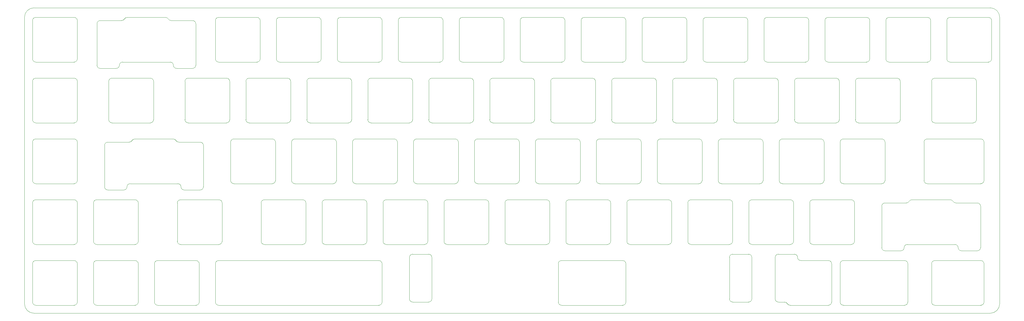
<source format=gbr>
G04 #@! TF.GenerationSoftware,KiCad,Pcbnew,(5.1.5-0-10_14)*
G04 #@! TF.CreationDate,2020-04-25T12:13:40-06:00*
G04 #@! TF.ProjectId,FR4plate,46523470-6c61-4746-952e-6b696361645f,rev?*
G04 #@! TF.SameCoordinates,Original*
G04 #@! TF.FileFunction,Profile,NP*
%FSLAX46Y46*%
G04 Gerber Fmt 4.6, Leading zero omitted, Abs format (unit mm)*
G04 Created by KiCad (PCBNEW (5.1.5-0-10_14)) date 2020-04-25 12:13:40*
%MOMM*%
%LPD*%
G04 APERTURE LIST*
%ADD10C,0.050000*%
G04 APERTURE END LIST*
D10*
X379690000Y-248698000D02*
X379690000Y-261698000D01*
X385690000Y-247698000D02*
X380690000Y-247698000D01*
X396334000Y-249698000D02*
X387690000Y-249698000D01*
X397334000Y-262698000D02*
X397334000Y-250698000D01*
X384334000Y-263698000D02*
X396334000Y-263698000D01*
X380690000Y-262698000D02*
X382602000Y-262698000D01*
X246315000Y-192548000D02*
X234315000Y-192548000D01*
X247315000Y-205548000D02*
X247315000Y-193548000D01*
X234315000Y-206548000D02*
X246315000Y-206548000D01*
X233315000Y-193548000D02*
X233315000Y-205548000D01*
X356853000Y-224598000D02*
X356853000Y-212598000D01*
X343853000Y-225598000D02*
X355852000Y-225598000D01*
X342853000Y-212598000D02*
X342853000Y-224598000D01*
X355853000Y-211598000D02*
X343853000Y-211598000D01*
X147590000Y-250698000D02*
X147590000Y-262698000D01*
X160590000Y-249698000D02*
X148590000Y-249698000D01*
X161590000Y-262698000D02*
X161590000Y-250698000D01*
X148590000Y-263698000D02*
X160590000Y-263698000D01*
X324803000Y-225598000D02*
X336803000Y-225598000D01*
X323803000Y-212598000D02*
X323803000Y-224598000D01*
X336803000Y-211598000D02*
X324803000Y-211598000D01*
X337803000Y-224598000D02*
X337803000Y-212598000D01*
X380665000Y-205548000D02*
X380665000Y-193548000D01*
X367665000Y-206548000D02*
X379665000Y-206548000D01*
X366665000Y-193548000D02*
X366665000Y-205548000D01*
X379665000Y-192548000D02*
X367665000Y-192548000D01*
X248602000Y-225598000D02*
X260603000Y-225598000D01*
X247602000Y-212598000D02*
X247602000Y-224598000D01*
X260603000Y-211598000D02*
X248602000Y-211598000D01*
X319040000Y-174498000D02*
X319040000Y-186498000D01*
X332040000Y-173498000D02*
X320040000Y-173498000D01*
X333040000Y-186498000D02*
X333040000Y-174498000D01*
X320040000Y-187498000D02*
X332040000Y-187498000D01*
X434340000Y-187498000D02*
X446340000Y-187498000D01*
X415290000Y-187498000D02*
X427290000Y-187498000D01*
X414290000Y-174498000D02*
X414290000Y-186498000D01*
X427290000Y-173498000D02*
X415290000Y-173498000D01*
X366396000Y-262698000D02*
X371396000Y-262698000D01*
X365396000Y-248698000D02*
X365396000Y-261698000D01*
X371396000Y-247698000D02*
X366396000Y-247698000D01*
X372396000Y-261698000D02*
X372396000Y-248698000D01*
X348615000Y-206548000D02*
X360615000Y-206548000D01*
X347615000Y-193548000D02*
X347615000Y-205548000D01*
X360615000Y-192548000D02*
X348615000Y-192548000D01*
X361615000Y-205548000D02*
X361615000Y-193548000D01*
X366377000Y-243648000D02*
X366377000Y-231648000D01*
X353378000Y-244648000D02*
X365377000Y-244648000D01*
X352377000Y-231648000D02*
X352378000Y-243648000D01*
X443959000Y-211598000D02*
X427196000Y-211598000D01*
X444959000Y-224598000D02*
X444959000Y-212598000D01*
X427196000Y-225598000D02*
X443959000Y-225598000D01*
X313990000Y-186498000D02*
X313990000Y-174498000D01*
X300990000Y-187498000D02*
X312990000Y-187498000D01*
X299990000Y-174498000D02*
X299990000Y-186498000D01*
X312990000Y-173498000D02*
X300990000Y-173498000D01*
X237790000Y-186498000D02*
X237790000Y-174498000D01*
X224790000Y-187498000D02*
X236790000Y-187498000D01*
X223790000Y-174498000D02*
X223790000Y-186498000D01*
X236790000Y-173498000D02*
X224790000Y-173498000D01*
X192834000Y-231648000D02*
X192834000Y-243648000D01*
X205834000Y-230648000D02*
X193834000Y-230648000D01*
X206834000Y-243648000D02*
X206834000Y-231648000D01*
X193834000Y-244648000D02*
X205834000Y-244648000D01*
X271390000Y-247698000D02*
X266390000Y-247698000D01*
X272390000Y-261698000D02*
X272390000Y-248698000D01*
X342565000Y-205548000D02*
X342565000Y-193548000D01*
X148590000Y-187498000D02*
X160590000Y-187498000D01*
X148590000Y-206548000D02*
X160590000Y-206548000D01*
X147590000Y-193548000D02*
X147590000Y-205548000D01*
X160590000Y-192548000D02*
X148590000Y-192548000D01*
X185403000Y-205548000D02*
X185403000Y-193548000D01*
X172403000Y-206548000D02*
X184403000Y-206548000D01*
X171403000Y-193548000D02*
X171403000Y-205548000D01*
X184403000Y-192548000D02*
X172403000Y-192548000D01*
X404478000Y-243648000D02*
X404478000Y-231648000D01*
X391478000Y-244648000D02*
X403478000Y-244648000D01*
X390478000Y-231648000D02*
X390478000Y-243648000D01*
X403478000Y-230648000D02*
X391478000Y-230648000D01*
X209502000Y-212598000D02*
X209502000Y-224598000D01*
X381952000Y-225598000D02*
X393952000Y-225598000D01*
X380952000Y-212598000D02*
X380952000Y-224598000D01*
X393952000Y-211598000D02*
X381952000Y-211598000D01*
X394952000Y-224598000D02*
X394952000Y-212598000D01*
X290465000Y-193548000D02*
X290465000Y-205548000D01*
X303465000Y-192548000D02*
X291465000Y-192548000D01*
X304465000Y-205548000D02*
X304465000Y-193548000D01*
X291465000Y-206548000D02*
X303465000Y-206548000D01*
X228553000Y-212598000D02*
X228553000Y-224598000D01*
X241553000Y-211598000D02*
X229553000Y-211598000D01*
X242553000Y-224598000D02*
X242552000Y-212598000D01*
X229553000Y-225598000D02*
X241553000Y-225598000D01*
X399715000Y-205548000D02*
X399715000Y-193548000D01*
X386715000Y-206548000D02*
X398715000Y-206548000D01*
X385715000Y-193548000D02*
X385715000Y-205548000D01*
X198690000Y-249698000D02*
X186690000Y-249698000D01*
X199690000Y-262698000D02*
X199690000Y-250698000D01*
X186690000Y-263698000D02*
X198690000Y-263698000D01*
X352090000Y-186498000D02*
X352090000Y-174498000D01*
X339090000Y-187498000D02*
X351090000Y-187498000D01*
X338090000Y-174498000D02*
X338090000Y-186498000D01*
X266365000Y-205548000D02*
X266365000Y-193548000D01*
X253365000Y-206548000D02*
X265365000Y-206548000D01*
X252365000Y-193548000D02*
X252365000Y-205548000D01*
X148590000Y-244648000D02*
X160590000Y-244648000D01*
X147590000Y-231648000D02*
X147590000Y-243648000D01*
X285415000Y-205548000D02*
X285415000Y-193548000D01*
X272415000Y-206548000D02*
X284415000Y-206548000D01*
X219028000Y-231648000D02*
X219028000Y-243648000D01*
X444959000Y-262698000D02*
X444959000Y-250698000D01*
X429577000Y-263698000D02*
X443959000Y-263698000D01*
X428577000Y-250698000D02*
X428577000Y-262698000D01*
X266653000Y-212598000D02*
X266653000Y-224598000D01*
X279653000Y-211598000D02*
X267653000Y-211598000D01*
X280653000Y-224598000D02*
X280653000Y-212598000D01*
X267653000Y-225598000D02*
X279653000Y-225598000D01*
X161590000Y-224598000D02*
X161590000Y-212598000D01*
X148590000Y-225598000D02*
X160590000Y-225598000D01*
X147590000Y-212598000D02*
X147590000Y-224598000D01*
X413996000Y-246648000D02*
X418996000Y-246648000D01*
X412996000Y-232648000D02*
X412996000Y-245648000D01*
X420702000Y-231648000D02*
X413996000Y-231648000D01*
X434434000Y-230648000D02*
X422434000Y-230648000D01*
X442872000Y-231648000D02*
X436166000Y-231648000D01*
X443872000Y-245648000D02*
X443872000Y-232648000D01*
X437872000Y-246648000D02*
X442872000Y-246648000D01*
X167640000Y-263698000D02*
X179640000Y-263698000D01*
X166640000Y-250698000D02*
X166640000Y-262698000D01*
X417765000Y-192548000D02*
X405765000Y-192548000D01*
X442577000Y-205548000D02*
X442577000Y-193548000D01*
X429577000Y-206548000D02*
X441577000Y-206548000D01*
X265365000Y-192548000D02*
X253365000Y-192548000D01*
X310515000Y-206548000D02*
X322515000Y-206548000D01*
X309515000Y-193548000D02*
X309515000Y-205548000D01*
X322515000Y-192548000D02*
X310515000Y-192548000D01*
X323515000Y-205548000D02*
X323515000Y-193548000D01*
X329565000Y-206548000D02*
X341565000Y-206548000D01*
X328565000Y-193548000D02*
X328565000Y-205548000D01*
X341565000Y-192548000D02*
X329565000Y-192548000D01*
X271415000Y-193548000D02*
X271415000Y-205548000D01*
X284415000Y-192548000D02*
X272415000Y-192548000D01*
X428577000Y-193548000D02*
X428577000Y-205548000D01*
X441577000Y-192548000D02*
X429577000Y-192548000D01*
X362902000Y-225598000D02*
X374902000Y-225598000D01*
X167727000Y-175498000D02*
X167727000Y-188498000D01*
X175433000Y-174498000D02*
X168727000Y-174498000D01*
X179640000Y-230648000D02*
X167640000Y-230648000D01*
X180640000Y-243648000D02*
X180640000Y-231648000D01*
X167640000Y-244648000D02*
X179640000Y-244648000D01*
X160590000Y-211598000D02*
X148590000Y-211598000D01*
X228265000Y-205548000D02*
X228265000Y-193548000D01*
X215265000Y-206548000D02*
X227265000Y-206548000D01*
X214265000Y-193548000D02*
X214265000Y-205548000D01*
X227265000Y-192548000D02*
X215265000Y-192548000D01*
X389190000Y-173498000D02*
X377190000Y-173498000D01*
X390190000Y-186498000D02*
X390190000Y-174498000D01*
X377190000Y-187498000D02*
X389190000Y-187498000D01*
X376190000Y-174498000D02*
X376190000Y-186498000D01*
X365377000Y-230648000D02*
X353377000Y-230648000D01*
X232028000Y-230648000D02*
X220028000Y-230648000D01*
X233028000Y-243648000D02*
X233028000Y-231648000D01*
X220028000Y-244648000D02*
X232028000Y-244648000D01*
X255840000Y-249698000D02*
X205740000Y-249698000D01*
X256840000Y-262698000D02*
X256840000Y-250698000D01*
X205740000Y-263698000D02*
X255840000Y-263698000D01*
X204740000Y-250698000D02*
X204740000Y-262698000D01*
X161590000Y-205548000D02*
X161590000Y-193548000D01*
X398715000Y-192548000D02*
X386715000Y-192548000D01*
X385428000Y-243648000D02*
X385428000Y-231648000D01*
X372428000Y-244648000D02*
X384428000Y-244648000D01*
X371428000Y-231648000D02*
X371428000Y-243648000D01*
X179640000Y-249698000D02*
X167640000Y-249698000D01*
X180640000Y-262698000D02*
X180640000Y-250698000D01*
X347327000Y-243648000D02*
X347327000Y-231648000D01*
X334327000Y-244648000D02*
X346327000Y-244648000D01*
X333327000Y-231648000D02*
X333327000Y-243648000D01*
X262890000Y-187498000D02*
X274890000Y-187498000D01*
X261890000Y-174498000D02*
X261890000Y-186498000D01*
X274890000Y-173498000D02*
X262890000Y-173498000D01*
X275890000Y-186498000D02*
X275890000Y-174498000D01*
X314277000Y-231648000D02*
X314277000Y-243648000D01*
X327277000Y-230648000D02*
X315277000Y-230648000D01*
X328277000Y-243648000D02*
X328277000Y-231648000D01*
X315277000Y-244648000D02*
X327277000Y-244648000D01*
X277178000Y-244648000D02*
X289178000Y-244648000D01*
X276178000Y-231648000D02*
X276178000Y-243648000D01*
X289178000Y-230648000D02*
X277178000Y-230648000D01*
X290178000Y-243648000D02*
X290178000Y-231648000D01*
X270128000Y-230648000D02*
X258127000Y-230648000D01*
X271127000Y-243648000D02*
X271128000Y-231648000D01*
X258127000Y-244648000D02*
X270127000Y-244648000D01*
X257127000Y-231648000D02*
X257127000Y-243648000D01*
X295228000Y-231648000D02*
X295228000Y-243648000D01*
X308227000Y-230648000D02*
X296228000Y-230648000D01*
X309228000Y-243648000D02*
X309228000Y-231648000D01*
X346327000Y-230648000D02*
X334327000Y-230648000D01*
X420996000Y-244648000D02*
X435872000Y-244648000D01*
X243840000Y-187498000D02*
X255840000Y-187498000D01*
X242840000Y-174498000D02*
X242840000Y-186498000D01*
X255840000Y-173498000D02*
X243840000Y-173498000D01*
X195215000Y-193548000D02*
X195215000Y-205548000D01*
X208215000Y-192548000D02*
X196215000Y-192548000D01*
X209215000Y-205548000D02*
X209215000Y-193548000D01*
X196215000Y-206548000D02*
X208215000Y-206548000D01*
X351090000Y-173498000D02*
X339090000Y-173498000D01*
X205740000Y-187498000D02*
X217740000Y-187498000D01*
X204740000Y-174498000D02*
X204740000Y-186498000D01*
X361902000Y-212598000D02*
X361902000Y-224598000D01*
X374902000Y-211598000D02*
X362902000Y-211598000D01*
X375902000Y-224598000D02*
X375902000Y-212598000D01*
X238077000Y-231648000D02*
X238077000Y-243648000D01*
X251077000Y-230648000D02*
X239077000Y-230648000D01*
X252077000Y-243648000D02*
X252077000Y-231648000D01*
X239077000Y-244648000D02*
X251077000Y-244648000D01*
X189165000Y-173498000D02*
X177165000Y-173498000D01*
X197603000Y-174498000D02*
X190897000Y-174498000D01*
X198603000Y-188498000D02*
X198603000Y-175498000D01*
X161590000Y-243648000D02*
X161590000Y-231648000D01*
X304752000Y-212598000D02*
X304752000Y-224598000D01*
X317752000Y-211598000D02*
X305752000Y-211598000D01*
X318752000Y-224598000D02*
X318752000Y-212598000D01*
X305752000Y-225598000D02*
X317752000Y-225598000D01*
X285702000Y-212598000D02*
X285702000Y-224598000D01*
X298702000Y-211598000D02*
X286702000Y-211598000D01*
X420146000Y-249698000D02*
X401002000Y-249698000D01*
X421146000Y-262698000D02*
X421146000Y-250698000D01*
X401002000Y-263698000D02*
X420146000Y-263698000D01*
X400002000Y-250698000D02*
X400002000Y-262698000D01*
X191546000Y-211598000D02*
X179546000Y-211598000D01*
X199984000Y-212598000D02*
X193278000Y-212598000D01*
X357140000Y-174498000D02*
X357140000Y-186498000D01*
X370140000Y-173498000D02*
X358140000Y-173498000D01*
X371140000Y-186498000D02*
X371140000Y-174498000D01*
X358140000Y-187498000D02*
X370140000Y-187498000D01*
X408240000Y-173498000D02*
X396240000Y-173498000D01*
X333040000Y-262698000D02*
X333040000Y-250698000D01*
X312896000Y-263698000D02*
X332040000Y-263698000D01*
X311896000Y-250698000D02*
X311896000Y-262698000D01*
X332040000Y-249698000D02*
X312896000Y-249698000D01*
X296228000Y-244648000D02*
X308228000Y-244648000D01*
X166640000Y-231648000D02*
X166640000Y-243648000D01*
X217740000Y-173498000D02*
X205740000Y-173498000D01*
X218740000Y-186498000D02*
X218740000Y-174498000D01*
X145065000Y-173498000D02*
X145065000Y-263223000D01*
X446865000Y-266223000D02*
X148065000Y-266223000D01*
X449865000Y-173498000D02*
X449865000Y-263223000D01*
X148065000Y-170498000D02*
X446865000Y-170498000D01*
X200984000Y-226598000D02*
X200984000Y-213598000D01*
X194984000Y-227598000D02*
X199984000Y-227598000D01*
X178108000Y-225598000D02*
X192984000Y-225598000D01*
X171108000Y-227598000D02*
X176108000Y-227598000D01*
X170108000Y-213598000D02*
X170108000Y-226598000D01*
X177814000Y-212598000D02*
X171108000Y-212598000D01*
X161590000Y-186498000D02*
X161590000Y-174498000D01*
X160590000Y-173498000D02*
X148590000Y-173498000D01*
X413002000Y-211598000D02*
X401002000Y-211598000D01*
X414002000Y-224598000D02*
X414002000Y-212598000D01*
X401002000Y-225598000D02*
X413002000Y-225598000D01*
X384428000Y-230648000D02*
X372428000Y-230648000D01*
X261603000Y-224598000D02*
X261603000Y-212598000D01*
X447340000Y-186498000D02*
X447340000Y-174498000D01*
X299702000Y-224598000D02*
X299702000Y-212598000D01*
X175727000Y-187498000D02*
X190603000Y-187498000D01*
X168727000Y-189498000D02*
X173727000Y-189498000D01*
X222502000Y-211598000D02*
X210502000Y-211598000D01*
X223502000Y-224598000D02*
X223502000Y-212598000D01*
X210502000Y-225598000D02*
X222502000Y-225598000D01*
X428290000Y-186498000D02*
X428290000Y-174498000D01*
X185690000Y-250698000D02*
X185690000Y-262698000D01*
X409240000Y-186498000D02*
X409240000Y-174498000D01*
X294940000Y-186498000D02*
X294940000Y-174498000D01*
X281940000Y-187498000D02*
X293940000Y-187498000D01*
X280940000Y-174498000D02*
X280940000Y-186498000D01*
X293940000Y-173498000D02*
X281940000Y-173498000D01*
X286702000Y-225598000D02*
X298702000Y-225598000D01*
X433340000Y-174498000D02*
X433340000Y-186498000D01*
X446340000Y-173498000D02*
X434340000Y-173498000D01*
X192603000Y-189498000D02*
X197603000Y-189498000D01*
X396240000Y-187498000D02*
X408240000Y-187498000D01*
X395240000Y-174498000D02*
X395240000Y-186498000D01*
X256840000Y-186498000D02*
X256840000Y-174498000D01*
X400002000Y-212598000D02*
X400002000Y-224598000D01*
X418765000Y-205548000D02*
X418765000Y-193548000D01*
X405765000Y-206548000D02*
X417765000Y-206548000D01*
X404765000Y-193548000D02*
X404765000Y-205548000D01*
X426196000Y-212598000D02*
X426196000Y-224598000D01*
X266390000Y-262698000D02*
X271390000Y-262698000D01*
X265390000Y-248698000D02*
X265390000Y-261698000D01*
X443959000Y-249698000D02*
X429577000Y-249698000D01*
X160590000Y-230648000D02*
X148590000Y-230648000D01*
X147590000Y-174498000D02*
X147590000Y-186498000D01*
X379690000Y-248698000D02*
G75*
G02X380690000Y-247698000I1000000J0D01*
G01*
X385690000Y-247698000D02*
G75*
G02X386690000Y-248698000I0J-1000000D01*
G01*
X387690000Y-249698000D02*
G75*
G02X386690000Y-248698000I0J1000000D01*
G01*
X396334000Y-249698000D02*
G75*
G02X397334000Y-250698000I0J-1000000D01*
G01*
X397334000Y-262698000D02*
G75*
G02X396334000Y-263698000I-1000000J0D01*
G01*
X384334013Y-263697978D02*
G75*
G02X383468000Y-263198000I-13J999978D01*
G01*
X382601987Y-262698022D02*
G75*
G02X383468000Y-263198000I13J-999978D01*
G01*
X246315000Y-192548000D02*
G75*
G02X247315000Y-193548000I0J-1000000D01*
G01*
X247315000Y-205548000D02*
G75*
G02X246315000Y-206548000I-1000000J0D01*
G01*
X234315000Y-206548000D02*
G75*
G02X233315000Y-205548000I0J1000000D01*
G01*
X233315000Y-193548000D02*
G75*
G02X234315000Y-192548000I1000000J0D01*
G01*
X356853000Y-224599000D02*
G75*
G02X355852000Y-225598000I-1000000J1000D01*
G01*
X343853000Y-225598000D02*
G75*
G02X342853000Y-224598000I0J1000000D01*
G01*
X342853000Y-212598000D02*
G75*
G02X343853000Y-211598000I1000000J0D01*
G01*
X355853000Y-211598000D02*
G75*
G02X356853000Y-212598000I0J-1000000D01*
G01*
X147590000Y-250698000D02*
G75*
G02X148590000Y-249698000I1000000J0D01*
G01*
X160590000Y-249698000D02*
G75*
G02X161590000Y-250698000I0J-1000000D01*
G01*
X161590000Y-262698000D02*
G75*
G02X160590000Y-263698000I-1000000J0D01*
G01*
X148590000Y-263698000D02*
G75*
G02X147590000Y-262698000I0J1000000D01*
G01*
X324803000Y-225598000D02*
G75*
G02X323803000Y-224598000I0J1000000D01*
G01*
X323803000Y-212598000D02*
G75*
G02X324803000Y-211598000I1000000J0D01*
G01*
X336803000Y-211598000D02*
G75*
G02X337803000Y-212598000I0J-1000000D01*
G01*
X337803000Y-224598000D02*
G75*
G02X336803000Y-225598000I-1000000J0D01*
G01*
X380665000Y-205548000D02*
G75*
G02X379665000Y-206548000I-1000000J0D01*
G01*
X367665000Y-206548000D02*
G75*
G02X366665000Y-205548000I0J1000000D01*
G01*
X366665000Y-193548000D02*
G75*
G02X367665000Y-192548000I1000000J0D01*
G01*
X261603000Y-224598000D02*
G75*
G02X260603000Y-225598000I-1000000J0D01*
G01*
X248602000Y-225598000D02*
G75*
G02X247602000Y-224598000I0J1000000D01*
G01*
X247602000Y-212598000D02*
G75*
G02X248602000Y-211598000I1000000J0D01*
G01*
X260603000Y-211598000D02*
G75*
G02X261603000Y-212598000I0J-1000000D01*
G01*
X319040000Y-174498000D02*
G75*
G02X320040000Y-173498000I1000000J0D01*
G01*
X332040000Y-173498000D02*
G75*
G02X333040000Y-174498000I0J-1000000D01*
G01*
X333040000Y-186498000D02*
G75*
G02X332040000Y-187498000I-1000000J0D01*
G01*
X320040000Y-187498000D02*
G75*
G02X319040000Y-186498000I0J1000000D01*
G01*
X160590000Y-173498000D02*
G75*
G02X161590000Y-174498000I0J-1000000D01*
G01*
X415290000Y-187498000D02*
G75*
G02X414290000Y-186498000I0J1000000D01*
G01*
X414290000Y-174498000D02*
G75*
G02X415290000Y-173498000I1000000J0D01*
G01*
X427290000Y-173498000D02*
G75*
G02X428290000Y-174498000I0J-1000000D01*
G01*
X366396000Y-262698000D02*
G75*
G02X365396000Y-261698000I0J1000000D01*
G01*
X365396000Y-248698000D02*
G75*
G02X366396000Y-247698000I1000000J0D01*
G01*
X371396000Y-247698000D02*
G75*
G02X372396000Y-248698000I0J-1000000D01*
G01*
X372396000Y-261698000D02*
G75*
G02X371396000Y-262698000I-1000000J0D01*
G01*
X348615000Y-206548000D02*
G75*
G02X347615000Y-205548000I0J1000000D01*
G01*
X347615000Y-193548000D02*
G75*
G02X348615000Y-192548000I1000000J0D01*
G01*
X360615000Y-192548000D02*
G75*
G02X361615000Y-193548000I0J-1000000D01*
G01*
X361615000Y-205548000D02*
G75*
G02X360615000Y-206548000I-1000000J0D01*
G01*
X419996000Y-245648000D02*
G75*
G02X420996000Y-244648000I1000000J0D01*
G01*
X366377000Y-243648000D02*
G75*
G02X365377000Y-244648000I-1000000J0D01*
G01*
X353378000Y-244648000D02*
G75*
G02X352378000Y-243648000I0J1000000D01*
G01*
X352377000Y-231648000D02*
G75*
G02X353377000Y-230648000I1000000J0D01*
G01*
X443959000Y-211598000D02*
G75*
G02X444959000Y-212598000I0J-1000000D01*
G01*
X444959000Y-224598000D02*
G75*
G02X443959000Y-225598000I-1000000J0D01*
G01*
X427196000Y-225598000D02*
G75*
G02X426196000Y-224598000I0J1000000D01*
G01*
X313990000Y-186498000D02*
G75*
G02X312990000Y-187498000I-1000000J0D01*
G01*
X300990000Y-187498000D02*
G75*
G02X299990000Y-186498000I0J1000000D01*
G01*
X299990000Y-174498000D02*
G75*
G02X300990000Y-173498000I1000000J0D01*
G01*
X312990000Y-173498000D02*
G75*
G02X313990000Y-174498000I0J-1000000D01*
G01*
X237790000Y-186498000D02*
G75*
G02X236790000Y-187498000I-1000000J0D01*
G01*
X224790000Y-187498000D02*
G75*
G02X223790000Y-186498000I0J1000000D01*
G01*
X223790000Y-174498000D02*
G75*
G02X224790000Y-173498000I1000000J0D01*
G01*
X236790000Y-173498000D02*
G75*
G02X237790000Y-174498000I0J-1000000D01*
G01*
X192834000Y-231648000D02*
G75*
G02X193834000Y-230648000I1000000J0D01*
G01*
X205834000Y-230648000D02*
G75*
G02X206834000Y-231648000I0J-1000000D01*
G01*
X206834000Y-243648000D02*
G75*
G02X205834000Y-244648000I-1000000J0D01*
G01*
X193834000Y-244648000D02*
G75*
G02X192834000Y-243648000I0J1000000D01*
G01*
X271390000Y-247698000D02*
G75*
G02X272390000Y-248698000I0J-1000000D01*
G01*
X272390000Y-261698000D02*
G75*
G02X271390000Y-262698000I-1000000J0D01*
G01*
X204740000Y-174498000D02*
G75*
G02X205740000Y-173498000I1000000J0D01*
G01*
X342565000Y-205548000D02*
G75*
G02X341565000Y-206548000I-1000000J0D01*
G01*
X148590000Y-187498000D02*
G75*
G02X147590000Y-186498000I0J1000000D01*
G01*
X161590000Y-205548000D02*
G75*
G02X160590000Y-206548000I-1000000J0D01*
G01*
X148590000Y-206548000D02*
G75*
G02X147590000Y-205548000I0J1000000D01*
G01*
X147590000Y-193548000D02*
G75*
G02X148590000Y-192548000I1000000J0D01*
G01*
X160590000Y-192548000D02*
G75*
G02X161590000Y-193548000I0J-1000000D01*
G01*
X185403000Y-205548000D02*
G75*
G02X184403000Y-206548000I-1000000J0D01*
G01*
X172402000Y-206547000D02*
G75*
G02X171403000Y-205548000I0J999000D01*
G01*
X171402000Y-193547000D02*
G75*
G02X172403000Y-192548000I1000000J-1000D01*
G01*
X184403000Y-192548000D02*
G75*
G02X185403000Y-193548000I0J-1000000D01*
G01*
X404478000Y-243648000D02*
G75*
G02X403478000Y-244648000I-1000000J0D01*
G01*
X391478000Y-244648000D02*
G75*
G02X390478000Y-243648000I0J1000000D01*
G01*
X390478000Y-231648000D02*
G75*
G02X391478000Y-230648000I1000000J0D01*
G01*
X403478000Y-230648000D02*
G75*
G02X404478000Y-231648000I0J-1000000D01*
G01*
X210502000Y-225598000D02*
G75*
G02X209502000Y-224598000I0J1000000D01*
G01*
X209502000Y-212598000D02*
G75*
G02X210502000Y-211598000I1000000J0D01*
G01*
X381952000Y-225598000D02*
G75*
G02X380952000Y-224598000I0J1000000D01*
G01*
X380952000Y-212598000D02*
G75*
G02X381952000Y-211598000I1000000J0D01*
G01*
X393952000Y-211598000D02*
G75*
G02X394952000Y-212598000I0J-1000000D01*
G01*
X394953000Y-224599000D02*
G75*
G02X393952000Y-225598000I-1000000J1000D01*
G01*
X290465000Y-193548000D02*
G75*
G02X291465000Y-192548000I1000000J0D01*
G01*
X303465000Y-192548000D02*
G75*
G02X304465000Y-193548000I0J-1000000D01*
G01*
X304465000Y-205548000D02*
G75*
G02X303465000Y-206548000I-1000000J0D01*
G01*
X291465000Y-206548000D02*
G75*
G02X290465000Y-205548000I0J1000000D01*
G01*
X228553000Y-212598000D02*
G75*
G02X229553000Y-211598000I1000000J0D01*
G01*
X241553000Y-211599000D02*
G75*
G02X242552000Y-212598000I0J-999000D01*
G01*
X242553000Y-224598000D02*
G75*
G02X241553000Y-225598000I-1000000J0D01*
G01*
X305752000Y-225598000D02*
G75*
G02X304752000Y-224598000I0J1000000D01*
G01*
X399715000Y-205548000D02*
G75*
G02X398715000Y-206548000I-1000000J0D01*
G01*
X386715000Y-206548000D02*
G75*
G02X385715000Y-205548000I0J1000000D01*
G01*
X229553000Y-225598000D02*
G75*
G02X228553000Y-224598000I0J1000000D01*
G01*
X198690000Y-249698000D02*
G75*
G02X199690000Y-250698000I0J-1000000D01*
G01*
X199690000Y-262698000D02*
G75*
G02X198690000Y-263698000I-1000000J0D01*
G01*
X186690000Y-263698000D02*
G75*
G02X185690000Y-262698000I0J1000000D01*
G01*
X351090000Y-173498000D02*
G75*
G02X352090000Y-174498000I0J-1000000D01*
G01*
X352090000Y-186498000D02*
G75*
G02X351090000Y-187498000I-1000000J0D01*
G01*
X339090000Y-187498000D02*
G75*
G02X338090000Y-186498000I0J1000000D01*
G01*
X293940000Y-173498000D02*
G75*
G02X294940000Y-174498000I0J-1000000D01*
G01*
X266365000Y-205548000D02*
G75*
G02X265365000Y-206548000I-1000000J0D01*
G01*
X253365000Y-206548000D02*
G75*
G02X252365000Y-205548000I0J1000000D01*
G01*
X148590000Y-244648000D02*
G75*
G02X147590000Y-243648000I0J1000000D01*
G01*
X284415000Y-192548000D02*
G75*
G02X285415000Y-193548000I0J-1000000D01*
G01*
X285415000Y-205548000D02*
G75*
G02X284415000Y-206548000I-1000000J0D01*
G01*
X272415000Y-206548000D02*
G75*
G02X271415000Y-205548000I0J1000000D01*
G01*
X443959000Y-249698000D02*
G75*
G02X444959000Y-250698000I0J-1000000D01*
G01*
X444959000Y-262698000D02*
G75*
G02X443959000Y-263698000I-1000000J0D01*
G01*
X429577000Y-263698000D02*
G75*
G02X428577000Y-262698000I0J1000000D01*
G01*
X428577000Y-250698000D02*
G75*
G02X429577000Y-249698000I1000000J0D01*
G01*
X266653000Y-212598000D02*
G75*
G02X267653000Y-211598000I1000000J0D01*
G01*
X279653000Y-211598000D02*
G75*
G02X280653000Y-212598000I0J-1000000D01*
G01*
X280653000Y-224598000D02*
G75*
G02X279653000Y-225598000I-1000000J0D01*
G01*
X267653000Y-225598000D02*
G75*
G02X266653000Y-224598000I0J1000000D01*
G01*
X161590000Y-224598000D02*
G75*
G02X160590000Y-225598000I-1000000J0D01*
G01*
X148590000Y-225598000D02*
G75*
G02X147590000Y-224598000I0J1000000D01*
G01*
X147590000Y-212598000D02*
G75*
G02X148590000Y-211598000I1000000J0D01*
G01*
X419996000Y-245648000D02*
G75*
G02X418996000Y-246648000I-1000000J0D01*
G01*
X413996000Y-246648000D02*
G75*
G02X412996000Y-245648000I0J1000000D01*
G01*
X412996000Y-232648000D02*
G75*
G02X413996000Y-231648000I1000000J0D01*
G01*
X421568025Y-231148000D02*
G75*
G02X420702000Y-231648000I-866025J500000D01*
G01*
X421567975Y-231148000D02*
G75*
G02X422434000Y-230648000I866025J-500000D01*
G01*
X434433987Y-230648022D02*
G75*
G02X435300000Y-231148000I13J-999978D01*
G01*
X436166013Y-231647978D02*
G75*
G02X435300000Y-231148000I-13J999978D01*
G01*
X442872000Y-231648000D02*
G75*
G02X443872000Y-232648000I0J-1000000D01*
G01*
X443872000Y-245648000D02*
G75*
G02X442872000Y-246648000I-1000000J0D01*
G01*
X180640000Y-262698000D02*
G75*
G02X179640000Y-263698000I-1000000J0D01*
G01*
X167640000Y-263698000D02*
G75*
G02X166640000Y-262698000I0J1000000D01*
G01*
X166640000Y-250698000D02*
G75*
G02X167640000Y-249698000I1000000J0D01*
G01*
X417765000Y-192548000D02*
G75*
G02X418765000Y-193548000I0J-1000000D01*
G01*
X323515000Y-205548000D02*
G75*
G02X322515000Y-206548000I-1000000J0D01*
G01*
X442577000Y-205548000D02*
G75*
G02X441577000Y-206548000I-1000000J0D01*
G01*
X429577000Y-206548000D02*
G75*
G02X428577000Y-205548000I0J1000000D01*
G01*
X252365000Y-193548000D02*
G75*
G02X253365000Y-192548000I1000000J0D01*
G01*
X265365000Y-192548000D02*
G75*
G02X266365000Y-193548000I0J-1000000D01*
G01*
X310515000Y-206548000D02*
G75*
G02X309515000Y-205548000I0J1000000D01*
G01*
X309515000Y-193548000D02*
G75*
G02X310515000Y-192548000I1000000J0D01*
G01*
X322515000Y-192548000D02*
G75*
G02X323515000Y-193548000I0J-1000000D01*
G01*
X329565000Y-206548000D02*
G75*
G02X328565000Y-205548000I0J1000000D01*
G01*
X328565000Y-193548000D02*
G75*
G02X329565000Y-192548000I1000000J0D01*
G01*
X341565000Y-192548000D02*
G75*
G02X342565000Y-193548000I0J-1000000D01*
G01*
X271415000Y-193548000D02*
G75*
G02X272415000Y-192548000I1000000J0D01*
G01*
X428577000Y-193548000D02*
G75*
G02X429577000Y-192548000I1000000J0D01*
G01*
X441577000Y-192548000D02*
G75*
G02X442577000Y-193548000I0J-1000000D01*
G01*
X168727000Y-189498000D02*
G75*
G02X167727000Y-188498000I0J1000000D01*
G01*
X167727000Y-175498000D02*
G75*
G02X168727000Y-174498000I1000000J0D01*
G01*
X176299025Y-173998000D02*
G75*
G02X175433000Y-174498000I-866025J500000D01*
G01*
X179640000Y-230648000D02*
G75*
G02X180640000Y-231648000I0J-1000000D01*
G01*
X180640000Y-243648000D02*
G75*
G02X179640000Y-244648000I-1000000J0D01*
G01*
X167640000Y-244648000D02*
G75*
G02X166640000Y-243648000I0J1000000D01*
G01*
X160590000Y-211598000D02*
G75*
G02X161590000Y-212598000I0J-1000000D01*
G01*
X228265000Y-205548000D02*
G75*
G02X227265000Y-206548000I-1000000J0D01*
G01*
X215265000Y-206548000D02*
G75*
G02X214265000Y-205548000I0J1000000D01*
G01*
X214265000Y-193548000D02*
G75*
G02X215265000Y-192548000I1000000J0D01*
G01*
X227265000Y-192548000D02*
G75*
G02X228265000Y-193548000I0J-1000000D01*
G01*
X389190000Y-173498000D02*
G75*
G02X390190000Y-174498000I0J-1000000D01*
G01*
X390190000Y-186498000D02*
G75*
G02X389190000Y-187498000I-1000000J0D01*
G01*
X377190000Y-187498000D02*
G75*
G02X376190000Y-186498000I0J1000000D01*
G01*
X376190000Y-174498000D02*
G75*
G02X377190000Y-173498000I1000000J0D01*
G01*
X365377000Y-230648000D02*
G75*
G02X366377000Y-231648000I0J-1000000D01*
G01*
X219027000Y-231647000D02*
G75*
G02X220028000Y-230648000I1000000J-1000D01*
G01*
X232028000Y-230648000D02*
G75*
G02X233028000Y-231648000I0J-1000000D01*
G01*
X233028000Y-243648000D02*
G75*
G02X232028000Y-244648000I-1000000J0D01*
G01*
X220027000Y-244647000D02*
G75*
G02X219028000Y-243648000I0J999000D01*
G01*
X255840000Y-249698000D02*
G75*
G02X256840000Y-250698000I0J-1000000D01*
G01*
X256840000Y-262698000D02*
G75*
G02X255840000Y-263698000I-1000000J0D01*
G01*
X205740000Y-263698000D02*
G75*
G02X204740000Y-262698000I0J1000000D01*
G01*
X204740000Y-250698000D02*
G75*
G02X205740000Y-249698000I1000000J0D01*
G01*
X385715000Y-193548000D02*
G75*
G02X386715000Y-192548000I1000000J0D01*
G01*
X398715000Y-192548000D02*
G75*
G02X399715000Y-193548000I0J-1000000D01*
G01*
X385428000Y-243648000D02*
G75*
G02X384428000Y-244648000I-1000000J0D01*
G01*
X372428000Y-244648000D02*
G75*
G02X371428000Y-243648000I0J1000000D01*
G01*
X338090000Y-174498000D02*
G75*
G02X339090000Y-173498000I1000000J0D01*
G01*
X179640000Y-249698000D02*
G75*
G02X180640000Y-250698000I0J-1000000D01*
G01*
X347327000Y-243648000D02*
G75*
G02X346327000Y-244648000I-1000000J0D01*
G01*
X334327000Y-244648000D02*
G75*
G02X333327000Y-243648000I0J1000000D01*
G01*
X333327000Y-231648000D02*
G75*
G02X334327000Y-230648000I1000000J0D01*
G01*
X262890000Y-187498000D02*
G75*
G02X261890000Y-186498000I0J1000000D01*
G01*
X261890000Y-174498000D02*
G75*
G02X262890000Y-173498000I1000000J0D01*
G01*
X274890000Y-173498000D02*
G75*
G02X275890000Y-174498000I0J-1000000D01*
G01*
X275890000Y-186498000D02*
G75*
G02X274890000Y-187498000I-1000000J0D01*
G01*
X314277000Y-231648000D02*
G75*
G02X315277000Y-230648000I1000000J0D01*
G01*
X327277000Y-230648000D02*
G75*
G02X328277000Y-231648000I0J-1000000D01*
G01*
X328277000Y-243648000D02*
G75*
G02X327277000Y-244648000I-1000000J0D01*
G01*
X315277000Y-244648000D02*
G75*
G02X314277000Y-243648000I0J1000000D01*
G01*
X277178000Y-244648000D02*
G75*
G02X276178000Y-243648000I0J1000000D01*
G01*
X276178000Y-231648000D02*
G75*
G02X277178000Y-230648000I1000000J0D01*
G01*
X289178000Y-230648000D02*
G75*
G02X290178000Y-231648000I0J-1000000D01*
G01*
X290178000Y-243648000D02*
G75*
G02X289178000Y-244648000I-1000000J0D01*
G01*
X270128000Y-230648000D02*
G75*
G02X271128000Y-231648000I0J-1000000D01*
G01*
X271127000Y-243648000D02*
G75*
G02X270127000Y-244648000I-1000000J0D01*
G01*
X258127000Y-244648000D02*
G75*
G02X257127000Y-243648000I0J1000000D01*
G01*
X257127000Y-231648000D02*
G75*
G02X258127000Y-230648000I1000000J0D01*
G01*
X380690000Y-262698000D02*
G75*
G02X379690000Y-261698000I0J1000000D01*
G01*
X296228000Y-244648000D02*
G75*
G02X295228000Y-243648000I0J1000000D01*
G01*
X295228000Y-231648000D02*
G75*
G02X296228000Y-230648000I1000000J0D01*
G01*
X308228000Y-230648000D02*
G75*
G02X309228000Y-231648000I0J-1000000D01*
G01*
X309228000Y-243648000D02*
G75*
G02X308228000Y-244648000I-1000000J0D01*
G01*
X346327000Y-230648000D02*
G75*
G02X347327000Y-231648000I0J-1000000D01*
G01*
X437872000Y-246648000D02*
G75*
G02X436872000Y-245648000I0J1000000D01*
G01*
X435872000Y-244648000D02*
G75*
G02X436872000Y-245648000I0J-1000000D01*
G01*
X243840000Y-187498000D02*
G75*
G02X242840000Y-186498000I0J1000000D01*
G01*
X242840000Y-174498000D02*
G75*
G02X243840000Y-173498000I1000000J0D01*
G01*
X255840000Y-173498000D02*
G75*
G02X256840000Y-174498000I0J-1000000D01*
G01*
X195215000Y-193548000D02*
G75*
G02X196215000Y-192548000I1000000J0D01*
G01*
X208215000Y-192548000D02*
G75*
G02X209215000Y-193548000I0J-1000000D01*
G01*
X209215000Y-205548000D02*
G75*
G02X208215000Y-206548000I-1000000J0D01*
G01*
X196215000Y-206548000D02*
G75*
G02X195215000Y-205548000I0J1000000D01*
G01*
X205740000Y-187498000D02*
G75*
G02X204740000Y-186498000I0J1000000D01*
G01*
X362902000Y-225598000D02*
G75*
G02X361902000Y-224598000I0J1000000D01*
G01*
X361902000Y-212598000D02*
G75*
G02X362902000Y-211598000I1000000J0D01*
G01*
X374902000Y-211598000D02*
G75*
G02X375902000Y-212598000I0J-1000000D01*
G01*
X375902000Y-224598000D02*
G75*
G02X374902000Y-225598000I-1000000J0D01*
G01*
X238077000Y-231648000D02*
G75*
G02X239077000Y-230648000I1000000J0D01*
G01*
X251078000Y-230649000D02*
G75*
G02X252077000Y-231648000I0J-999000D01*
G01*
X252078000Y-243649000D02*
G75*
G02X251077000Y-244648000I-1000000J1000D01*
G01*
X239077000Y-244648000D02*
G75*
G02X238077000Y-243648000I0J1000000D01*
G01*
X176298975Y-173998000D02*
G75*
G02X177165000Y-173498000I866025J-500000D01*
G01*
X189164987Y-173498022D02*
G75*
G02X190031000Y-173998000I13J-999978D01*
G01*
X190897013Y-174497978D02*
G75*
G02X190031000Y-173998000I-13J999978D01*
G01*
X197603000Y-174498000D02*
G75*
G02X198603000Y-175498000I0J-1000000D01*
G01*
X161590000Y-243648000D02*
G75*
G02X160590000Y-244648000I-1000000J0D01*
G01*
X304752000Y-212598000D02*
G75*
G02X305752000Y-211598000I1000000J0D01*
G01*
X317752000Y-211598000D02*
G75*
G02X318752000Y-212598000I0J-1000000D01*
G01*
X318752000Y-224598000D02*
G75*
G02X317752000Y-225598000I-1000000J0D01*
G01*
X285702000Y-212598000D02*
G75*
G02X286702000Y-211598000I1000000J0D01*
G01*
X298702000Y-211598000D02*
G75*
G02X299702000Y-212598000I0J-1000000D01*
G01*
X420146000Y-249698000D02*
G75*
G02X421146000Y-250698000I0J-1000000D01*
G01*
X421146000Y-262698000D02*
G75*
G02X420146000Y-263698000I-1000000J0D01*
G01*
X401002000Y-263698000D02*
G75*
G02X400002000Y-262698000I0J1000000D01*
G01*
X400002000Y-250698000D02*
G75*
G02X401002000Y-249698000I1000000J0D01*
G01*
X191545987Y-211598022D02*
G75*
G02X192412000Y-212098000I13J-999978D01*
G01*
X193278013Y-212597978D02*
G75*
G02X192412000Y-212098000I-13J999978D01*
G01*
X199984000Y-212598000D02*
G75*
G02X200984000Y-213598000I0J-1000000D01*
G01*
X357140000Y-174498000D02*
G75*
G02X358140000Y-173498000I1000000J0D01*
G01*
X370140000Y-173498000D02*
G75*
G02X371140000Y-174498000I0J-1000000D01*
G01*
X371140000Y-186498000D02*
G75*
G02X370140000Y-187498000I-1000000J0D01*
G01*
X358140000Y-187498000D02*
G75*
G02X357140000Y-186498000I0J1000000D01*
G01*
X408240000Y-173498000D02*
G75*
G02X409240000Y-174498000I0J-1000000D01*
G01*
X333040000Y-262698000D02*
G75*
G02X332040000Y-263698000I-1000000J0D01*
G01*
X312896000Y-263698000D02*
G75*
G02X311896000Y-262698000I0J1000000D01*
G01*
X311896000Y-250698000D02*
G75*
G02X312896000Y-249698000I1000000J0D01*
G01*
X332040000Y-249698000D02*
G75*
G02X333040000Y-250698000I0J-1000000D01*
G01*
X166640000Y-231648000D02*
G75*
G02X167640000Y-230648000I1000000J0D01*
G01*
X217740000Y-173498000D02*
G75*
G02X218740000Y-174498000I0J-1000000D01*
G01*
X218740000Y-186498000D02*
G75*
G02X217740000Y-187498000I-1000000J0D01*
G01*
X145065000Y-173498000D02*
G75*
G02X148065000Y-170498000I3000000J0D01*
G01*
X148065000Y-266223000D02*
G75*
G02X145065000Y-263223000I0J3000000D01*
G01*
X449865000Y-263223000D02*
G75*
G02X446865000Y-266223000I-3000000J0D01*
G01*
X446865000Y-170498000D02*
G75*
G02X449865000Y-173498000I0J-3000000D01*
G01*
X200984000Y-226598000D02*
G75*
G02X199984000Y-227598000I-1000000J0D01*
G01*
X194984000Y-227598000D02*
G75*
G02X193984000Y-226598000I0J1000000D01*
G01*
X192984000Y-225598000D02*
G75*
G02X193984000Y-226598000I0J-1000000D01*
G01*
X177108000Y-226598000D02*
G75*
G02X178108000Y-225598000I1000000J0D01*
G01*
X177108000Y-226598000D02*
G75*
G02X176108000Y-227598000I-1000000J0D01*
G01*
X171108000Y-227598000D02*
G75*
G02X170108000Y-226598000I0J1000000D01*
G01*
X170108000Y-213598000D02*
G75*
G02X171108000Y-212598000I1000000J0D01*
G01*
X178680025Y-212098000D02*
G75*
G02X177814000Y-212598000I-866025J500000D01*
G01*
X178679975Y-212098000D02*
G75*
G02X179546000Y-211598000I866025J-500000D01*
G01*
X161590000Y-186498000D02*
G75*
G02X160590000Y-187498000I-1000000J0D01*
G01*
X400002000Y-212598000D02*
G75*
G02X401002000Y-211598000I1000000J0D01*
G01*
X413002000Y-211598000D02*
G75*
G02X414002000Y-212598000I0J-1000000D01*
G01*
X414002000Y-224598000D02*
G75*
G02X413002000Y-225598000I-1000000J0D01*
G01*
X401002000Y-225598000D02*
G75*
G02X400002000Y-224598000I0J1000000D01*
G01*
X371428000Y-231648000D02*
G75*
G02X372428000Y-230648000I1000000J0D01*
G01*
X384428000Y-230648000D02*
G75*
G02X385428000Y-231648000I0J-1000000D01*
G01*
X447340000Y-186498000D02*
G75*
G02X446340000Y-187498000I-1000000J0D01*
G01*
X190603000Y-187498000D02*
G75*
G02X191603000Y-188498000I0J-1000000D01*
G01*
X174727000Y-188498000D02*
G75*
G02X175727000Y-187498000I1000000J0D01*
G01*
X174727000Y-188498000D02*
G75*
G02X173727000Y-189498000I-1000000J0D01*
G01*
X222503000Y-211599000D02*
G75*
G02X223502000Y-212598000I0J-999000D01*
G01*
X223503000Y-224599000D02*
G75*
G02X222502000Y-225598000I-1000000J1000D01*
G01*
X379665000Y-192548000D02*
G75*
G02X380665000Y-193548000I0J-1000000D01*
G01*
X428290000Y-186498000D02*
G75*
G02X427290000Y-187498000I-1000000J0D01*
G01*
X185690000Y-250698000D02*
G75*
G02X186690000Y-249698000I1000000J0D01*
G01*
X409240000Y-186498000D02*
G75*
G02X408240000Y-187498000I-1000000J0D01*
G01*
X294940000Y-186498000D02*
G75*
G02X293940000Y-187498000I-1000000J0D01*
G01*
X281940000Y-187498000D02*
G75*
G02X280940000Y-186498000I0J1000000D01*
G01*
X280940000Y-174498000D02*
G75*
G02X281940000Y-173498000I1000000J0D01*
G01*
X299702000Y-224598000D02*
G75*
G02X298702000Y-225598000I-1000000J0D01*
G01*
X286702000Y-225598000D02*
G75*
G02X285702000Y-224598000I0J1000000D01*
G01*
X434340000Y-187498000D02*
G75*
G02X433340000Y-186498000I0J1000000D01*
G01*
X433340000Y-174498000D02*
G75*
G02X434340000Y-173498000I1000000J0D01*
G01*
X446340000Y-173498000D02*
G75*
G02X447340000Y-174498000I0J-1000000D01*
G01*
X198603000Y-188498000D02*
G75*
G02X197603000Y-189498000I-1000000J0D01*
G01*
X192603000Y-189498000D02*
G75*
G02X191603000Y-188498000I0J1000000D01*
G01*
X396240000Y-187498000D02*
G75*
G02X395240000Y-186498000I0J1000000D01*
G01*
X395240000Y-174498000D02*
G75*
G02X396240000Y-173498000I1000000J0D01*
G01*
X256840000Y-186498000D02*
G75*
G02X255840000Y-187498000I-1000000J0D01*
G01*
X418765000Y-205548000D02*
G75*
G02X417765000Y-206548000I-1000000J0D01*
G01*
X405765000Y-206548000D02*
G75*
G02X404765000Y-205548000I0J1000000D01*
G01*
X404765000Y-193548000D02*
G75*
G02X405765000Y-192548000I1000000J0D01*
G01*
X426196000Y-212598000D02*
G75*
G02X427196000Y-211598000I1000000J0D01*
G01*
X266390000Y-262698000D02*
G75*
G02X265390000Y-261698000I0J1000000D01*
G01*
X265390000Y-248698000D02*
G75*
G02X266390000Y-247698000I1000000J0D01*
G01*
X147590000Y-231648000D02*
G75*
G02X148590000Y-230648000I1000000J0D01*
G01*
X160590000Y-230648000D02*
G75*
G02X161590000Y-231648000I0J-1000000D01*
G01*
X147590000Y-174498000D02*
G75*
G02X148590000Y-173498000I1000000J0D01*
G01*
M02*

</source>
